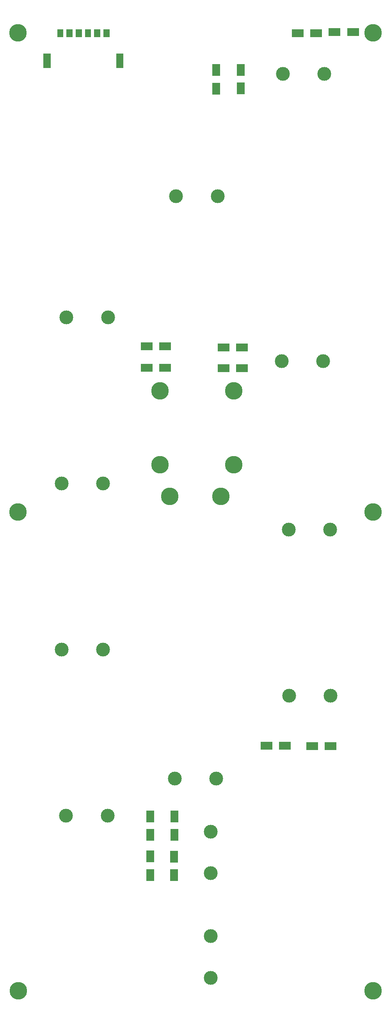
<source format=gts>
%TF.GenerationSoftware,KiCad,Pcbnew,9.0.1*%
%TF.CreationDate,2025-04-06T17:11:13-07:00*%
%TF.ProjectId,Stationary_X_Panel,53746174-696f-46e6-9172-795f585f5061,1.6*%
%TF.SameCoordinates,Original*%
%TF.FileFunction,Soldermask,Top*%
%TF.FilePolarity,Negative*%
%FSLAX46Y46*%
G04 Gerber Fmt 4.6, Leading zero omitted, Abs format (unit mm)*
G04 Created by KiCad (PCBNEW 9.0.1) date 2025-04-06 17:11:13*
%MOMM*%
%LPD*%
G01*
G04 APERTURE LIST*
%ADD10C,0.010000*%
%ADD11C,2.600000*%
%ADD12C,3.800000*%
%ADD13C,3.000000*%
%ADD14R,2.500000X1.700000*%
%ADD15R,1.700000X2.500000*%
G04 APERTURE END LIST*
D10*
%TO.C,J2*%
X39221200Y-31521200D02*
X37718800Y-31521200D01*
X37718800Y-28468800D01*
X39221200Y-28468800D01*
X39221200Y-31521200D01*
G36*
X39221200Y-31521200D02*
G01*
X37718800Y-31521200D01*
X37718800Y-28468800D01*
X39221200Y-28468800D01*
X39221200Y-31521200D01*
G37*
X41991200Y-24821200D02*
X40738800Y-24821200D01*
X40738800Y-23218800D01*
X41991200Y-23218800D01*
X41991200Y-24821200D01*
G36*
X41991200Y-24821200D02*
G01*
X40738800Y-24821200D01*
X40738800Y-23218800D01*
X41991200Y-23218800D01*
X41991200Y-24821200D01*
G37*
X43991200Y-24821200D02*
X42738800Y-24821200D01*
X42738800Y-23218800D01*
X43991200Y-23218800D01*
X43991200Y-24821200D01*
G36*
X43991200Y-24821200D02*
G01*
X42738800Y-24821200D01*
X42738800Y-23218800D01*
X43991200Y-23218800D01*
X43991200Y-24821200D01*
G37*
X45991200Y-24821200D02*
X44738800Y-24821200D01*
X44738800Y-23218800D01*
X45991200Y-23218800D01*
X45991200Y-24821200D01*
G36*
X45991200Y-24821200D02*
G01*
X44738800Y-24821200D01*
X44738800Y-23218800D01*
X45991200Y-23218800D01*
X45991200Y-24821200D01*
G37*
X47991200Y-24821200D02*
X46738800Y-24821200D01*
X46738800Y-23218800D01*
X47991200Y-23218800D01*
X47991200Y-24821200D01*
G36*
X47991200Y-24821200D02*
G01*
X46738800Y-24821200D01*
X46738800Y-23218800D01*
X47991200Y-23218800D01*
X47991200Y-24821200D01*
G37*
X49991200Y-24821200D02*
X48738800Y-24821200D01*
X48738800Y-23218800D01*
X49991200Y-23218800D01*
X49991200Y-24821200D01*
G36*
X49991200Y-24821200D02*
G01*
X48738800Y-24821200D01*
X48738800Y-23218800D01*
X49991200Y-23218800D01*
X49991200Y-24821200D01*
G37*
X51991200Y-24821200D02*
X50738800Y-24821200D01*
X50738800Y-23218800D01*
X51991200Y-23218800D01*
X51991200Y-24821200D01*
G36*
X51991200Y-24821200D02*
G01*
X50738800Y-24821200D01*
X50738800Y-23218800D01*
X51991200Y-23218800D01*
X51991200Y-24821200D01*
G37*
X55011200Y-31521200D02*
X53508800Y-31521200D01*
X53508800Y-28468800D01*
X55011200Y-28468800D01*
X55011200Y-31521200D01*
G36*
X55011200Y-31521200D02*
G01*
X53508800Y-31521200D01*
X53508800Y-28468800D01*
X55011200Y-28468800D01*
X55011200Y-31521200D01*
G37*
%TD*%
D11*
%TO.C,H12*%
X109240000Y-127760000D03*
D12*
X109240000Y-127760000D03*
%TD*%
D13*
%TO.C,SC8*%
X98450000Y-95070000D03*
X89450000Y-95070000D03*
%TD*%
D14*
%TO.C,D14*%
X64150000Y-91920000D03*
X60150000Y-91920000D03*
%TD*%
D15*
%TO.C,D6*%
X66102000Y-202450000D03*
X66102000Y-206450000D03*
%TD*%
D13*
%TO.C,SC2*%
X51750000Y-85595000D03*
X42750000Y-85595000D03*
%TD*%
D15*
%TO.C,D4*%
X60900000Y-193750000D03*
X60900000Y-197750000D03*
%TD*%
%TO.C,D2*%
X75250000Y-32050000D03*
X75250000Y-36050000D03*
%TD*%
D11*
%TO.C,H8*%
X32260000Y-231510000D03*
D12*
X32260000Y-231510000D03*
%TD*%
D13*
%TO.C,SC1*%
X66525000Y-59345000D03*
X75525000Y-59345000D03*
%TD*%
%TO.C,SC12*%
X74080000Y-206030000D03*
X74080000Y-197030000D03*
%TD*%
%TO.C,SC11*%
X75240000Y-185520000D03*
X66240000Y-185520000D03*
%TD*%
D14*
%TO.C,D3*%
X64140000Y-96520000D03*
X60140000Y-96520000D03*
%TD*%
%TO.C,D11*%
X90150000Y-178430000D03*
X86150000Y-178430000D03*
%TD*%
D15*
%TO.C,D5*%
X60900000Y-202400000D03*
X60900000Y-206400000D03*
%TD*%
D13*
%TO.C,SC9*%
X99970000Y-131590000D03*
X90970000Y-131590000D03*
%TD*%
D11*
%TO.C,H9*%
X32240000Y-127750000D03*
D12*
X32240000Y-127750000D03*
%TD*%
D15*
%TO.C,D1*%
X80600000Y-32000000D03*
X80600000Y-36000000D03*
%TD*%
D11*
%TO.C,H3*%
X63000000Y-117500000D03*
D12*
X63000000Y-117500000D03*
%TD*%
D14*
%TO.C,D8*%
X76850000Y-92120000D03*
X80850000Y-92120000D03*
%TD*%
D13*
%TO.C,SC7*%
X89665000Y-32845000D03*
X98665000Y-32845000D03*
%TD*%
D11*
%TO.C,H10*%
X32250000Y-24010000D03*
D12*
X32250000Y-24010000D03*
%TD*%
D11*
%TO.C,H2*%
X76265000Y-124425000D03*
D12*
X76265000Y-124425000D03*
%TD*%
D13*
%TO.C,SC6*%
X74080000Y-228670000D03*
X74080000Y-219670000D03*
%TD*%
D11*
%TO.C,H5*%
X63000000Y-101500000D03*
D12*
X63000000Y-101500000D03*
%TD*%
D13*
%TO.C,SC5*%
X51665000Y-193595000D03*
X42665000Y-193595000D03*
%TD*%
D11*
%TO.C,H7*%
X109240000Y-231500000D03*
D12*
X109240000Y-231500000D03*
%TD*%
D11*
%TO.C,H4*%
X79000000Y-117500000D03*
D12*
X79000000Y-117500000D03*
%TD*%
D14*
%TO.C,D13*%
X92915000Y-24095000D03*
X96915000Y-24095000D03*
%TD*%
%TO.C,D9*%
X76820000Y-96590000D03*
X80820000Y-96590000D03*
%TD*%
D15*
%TO.C,D12*%
X66200000Y-193700000D03*
X66200000Y-197700000D03*
%TD*%
D11*
%TO.C,H11*%
X109260000Y-24000000D03*
D12*
X109260000Y-24000000D03*
%TD*%
D13*
%TO.C,SC4*%
X50665000Y-157595000D03*
X41665000Y-157595000D03*
%TD*%
%TO.C,SC3*%
X50680000Y-121595000D03*
X41680000Y-121595000D03*
%TD*%
D14*
%TO.C,D10*%
X100060000Y-178520000D03*
X96060000Y-178520000D03*
%TD*%
D13*
%TO.C,SC10*%
X100020000Y-167610000D03*
X91020000Y-167610000D03*
%TD*%
D11*
%TO.C,H6*%
X79000000Y-101500000D03*
D12*
X79000000Y-101500000D03*
%TD*%
D11*
%TO.C,H1*%
X65165000Y-124425000D03*
D12*
X65165000Y-124425000D03*
%TD*%
D14*
%TO.C,D7*%
X100915000Y-23845000D03*
X104915000Y-23845000D03*
%TD*%
M02*

</source>
